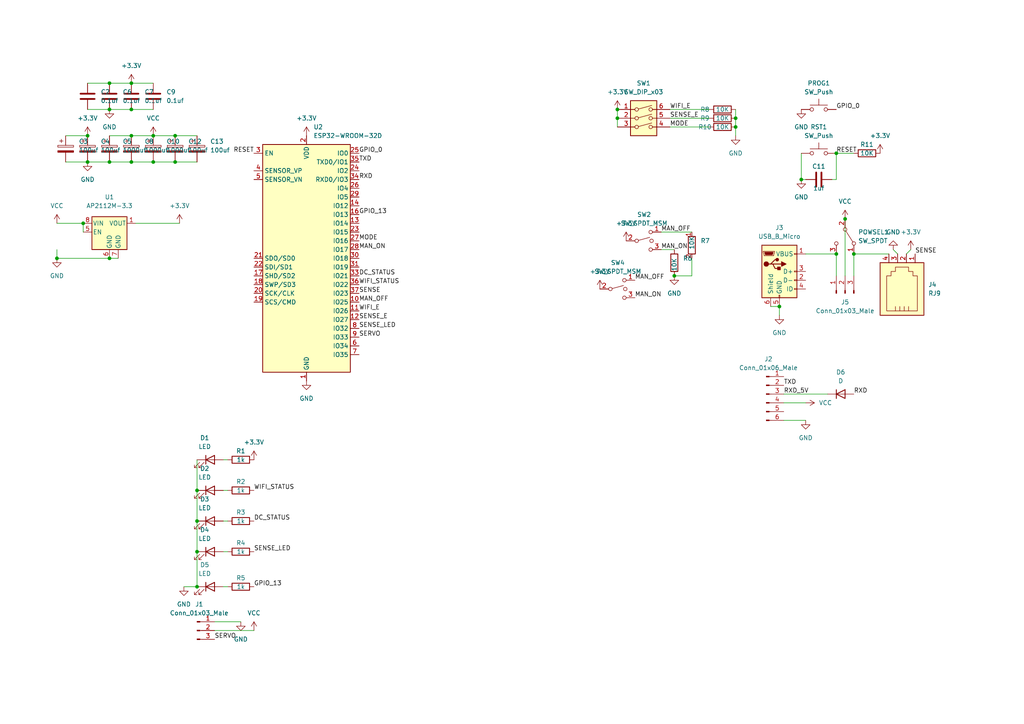
<source format=kicad_sch>
(kicad_sch (version 20211123) (generator eeschema)
  (paper "A4")
  (lib_symbols
    (symbol "Connector:Conn_01x03_Male" (pin_names (offset 1.016) hide)
      (property "Reference" "J" (at 0 5.08 0))
      (property "Value" "Conn_01x03_Male" (at 0 -5.08 0))
      (symbol "Conn_01x03_Male_1_1"
        (polyline (pts (xy 1.27 -2.54) (xy 0.8636 -2.54)) (stroke (width 0.1524)))
        (polyline (pts (xy 1.27 0) (xy 0.8636 0)) (stroke (width 0.1524)))
        (polyline (pts (xy 1.27 2.54) (xy 0.8636 2.54)) (stroke (width 0.1524)))
        (rectangle (start 0.8636 -2.413) (end 0 -2.667) (stroke (width 0.1524)) (fill (type outline)))
        (rectangle (start 0.8636 0.127) (end 0 -0.127) (stroke (width 0.1524)) (fill (type outline)))
        (rectangle (start 0.8636 2.667) (end 0 2.413) (stroke (width 0.1524)) (fill (type outline)))
        (pin passive line (at 5.08 2.54 180) (length 3.81) (name "Pin_1") (number "1"))
        (pin passive line (at 5.08 0 180) (length 3.81) (name "Pin_2") (number "2"))
        (pin passive line (at 5.08 -2.54 180) (length 3.81) (name "Pin_3") (number "3"))
      )
    )
    (symbol "Connector:Conn_01x06_Male" (pin_names (offset 1.016) hide)
      (property "Reference" "J" (at 0 7.62 0))
      (property "Value" "Conn_01x06_Male" (at 0 -10.16 0))
      (symbol "Conn_01x06_Male_1_1"
        (polyline (pts (xy 1.27 -7.62) (xy 0.8636 -7.62)) (stroke (width 0.1524)))
        (polyline (pts (xy 1.27 -5.08) (xy 0.8636 -5.08)) (stroke (width 0.1524)))
        (polyline (pts (xy 1.27 -2.54) (xy 0.8636 -2.54)) (stroke (width 0.1524)))
        (polyline (pts (xy 1.27 0) (xy 0.8636 0)) (stroke (width 0.1524)))
        (polyline (pts (xy 1.27 2.54) (xy 0.8636 2.54)) (stroke (width 0.1524)))
        (polyline (pts (xy 1.27 5.08) (xy 0.8636 5.08)) (stroke (width 0.1524)))
        (rectangle (start 0.8636 -7.493) (end 0 -7.747) (stroke (width 0.1524)) (fill (type outline)))
        (rectangle (start 0.8636 -4.953) (end 0 -5.207) (stroke (width 0.1524)) (fill (type outline)))
        (rectangle (start 0.8636 -2.413) (end 0 -2.667) (stroke (width 0.1524)) (fill (type outline)))
        (rectangle (start 0.8636 0.127) (end 0 -0.127) (stroke (width 0.1524)) (fill (type outline)))
        (rectangle (start 0.8636 2.667) (end 0 2.413) (stroke (width 0.1524)) (fill (type outline)))
        (rectangle (start 0.8636 5.207) (end 0 4.953) (stroke (width 0.1524)) (fill (type outline)))
        (pin passive line (at 5.08 5.08 180) (length 3.81) (name "Pin_1") (number "1"))
        (pin passive line (at 5.08 2.54 180) (length 3.81) (name "Pin_2") (number "2"))
        (pin passive line (at 5.08 0 180) (length 3.81) (name "Pin_3") (number "3"))
        (pin passive line (at 5.08 -2.54 180) (length 3.81) (name "Pin_4") (number "4"))
        (pin passive line (at 5.08 -5.08 180) (length 3.81) (name "Pin_5") (number "5"))
        (pin passive line (at 5.08 -7.62 180) (length 3.81) (name "Pin_6") (number "6"))
      )
    )
    (symbol "Connector:RJ9" (pin_names (offset 1.016))
      (property "Reference" "J" (at -5.08 8.89 0))
      (property "Value" "RJ9" (at 2.54 8.89 0))
      (symbol "RJ9_0_1"
        (polyline (pts (xy -6.35 -0.635) (xy -5.08 -0.635) (xy -5.08 -0.635)))
        (polyline (pts (xy -6.35 0.635) (xy -5.08 0.635) (xy -5.08 0.635)))
        (polyline (pts (xy -6.35 1.905) (xy -5.08 1.905) (xy -5.08 1.905)))
        (polyline (pts (xy -6.35 3.175) (xy -5.08 3.175) (xy -5.08 3.175)))
        (polyline (pts (xy -6.35 -3.175) (xy -6.35 5.715) (xy -1.27 5.715) (xy 3.81 5.715) (xy 3.81 4.445) (xy 5.08 4.445) (xy 5.08 3.175) (xy 6.35 3.175) (xy 6.35 -0.635) (xy 5.08 -0.635) (xy 5.08 -1.905) (xy 3.81 -1.905) (xy 3.81 -3.175) (xy -6.35 -3.175) (xy -6.35 -3.175)))
        (rectangle (start 7.62 7.62) (end -7.62 -5.08) (stroke (width 0.254)) (fill (type background)))
      )
      (symbol "RJ9_1_1"
        (pin passive line (at 10.16 -2.54 180) (length 2.54) (name "~") (number "1"))
        (pin passive line (at 10.16 0 180) (length 2.54) (name "~") (number "2"))
        (pin passive line (at 10.16 2.54 180) (length 2.54) (name "~") (number "3"))
        (pin passive line (at 10.16 5.08 180) (length 2.54) (name "~") (number "4"))
      )
    )
    (symbol "Connector:USB_B_Micro" (pin_names (offset 1.016))
      (property "Reference" "J" (at -5.08 11.43 0))
      (property "Value" "USB_B_Micro" (at -5.08 8.89 0))
      (symbol "USB_B_Micro_0_1"
        (rectangle (start -5.08 -7.62) (end 5.08 7.62) (stroke (width 0.254)) (fill (type background)))
        (circle (center -3.81 2.159) (radius 0.635) (stroke (width 0.254)) (fill (type outline)))
        (circle (center -0.635 3.429) (radius 0.381) (stroke (width 0.254)) (fill (type outline)))
        (rectangle (start -0.127 -7.62) (end 0.127 -6.858))
        (polyline (pts (xy -1.905 2.159) (xy 0.635 2.159)) (stroke (width 0.254)))
        (polyline (pts (xy -3.175 2.159) (xy -2.54 2.159) (xy -1.27 3.429) (xy -0.635 3.429)) (stroke (width 0.254)))
        (polyline (pts (xy -2.54 2.159) (xy -1.905 2.159) (xy -1.27 0.889) (xy 0 0.889)) (stroke (width 0.254)))
        (polyline (pts (xy 0.635 2.794) (xy 0.635 1.524) (xy 1.905 2.159) (xy 0.635 2.794)) (stroke (width 0.254)) (fill (type outline)))
        (polyline (pts (xy -4.318 5.588) (xy -1.778 5.588) (xy -2.032 4.826) (xy -4.064 4.826) (xy -4.318 5.588)) (fill (type outline)))
        (polyline (pts (xy -4.699 5.842) (xy -4.699 5.588) (xy -4.445 4.826) (xy -4.445 4.572) (xy -1.651 4.572) (xy -1.651 4.826) (xy -1.397 5.588) (xy -1.397 5.842) (xy -4.699 5.842)))
        (rectangle (start 0.254 1.27) (end -0.508 0.508) (stroke (width 0.254)) (fill (type outline)))
        (rectangle (start 5.08 -5.207) (end 4.318 -4.953))
        (rectangle (start 5.08 -2.667) (end 4.318 -2.413))
        (rectangle (start 5.08 -0.127) (end 4.318 0.127))
        (rectangle (start 5.08 4.953) (end 4.318 5.207))
      )
      (symbol "USB_B_Micro_1_1"
        (pin power_out line (at 7.62 5.08 180) (length 2.54) (name "VBUS") (number "1"))
        (pin bidirectional line (at 7.62 -2.54 180) (length 2.54) (name "D-") (number "2"))
        (pin bidirectional line (at 7.62 0 180) (length 2.54) (name "D+") (number "3"))
        (pin passive line (at 7.62 -5.08 180) (length 2.54) (name "ID") (number "4"))
        (pin power_out line (at 0 -10.16 90) (length 2.54) (name "GND") (number "5"))
        (pin passive line (at -2.54 -10.16 90) (length 2.54) (name "Shield") (number "6"))
      )
    )
    (symbol "Device:C" (pin_numbers hide) (pin_names (offset 0.254))
      (property "Reference" "C" (at 0.635 2.54 0))
      (property "Value" "C" (at 0.635 -2.54 0))
      (symbol "C_0_1"
        (polyline (pts (xy -2.032 -0.762) (xy 2.032 -0.762)) (stroke (width 0.508)))
        (polyline (pts (xy -2.032 0.762) (xy 2.032 0.762)) (stroke (width 0.508)))
      )
      (symbol "C_1_1"
        (pin passive line (at 0 3.81 270) (length 2.794) (name "~") (number "1"))
        (pin passive line (at 0 -3.81 90) (length 2.794) (name "~") (number "2"))
      )
    )
    (symbol "Device:C_Polarized" (pin_numbers hide) (pin_names (offset 0.254))
      (property "Reference" "C" (at 0.635 2.54 0))
      (property "Value" "C_Polarized" (at 0.635 -2.54 0))
      (symbol "C_Polarized_0_1"
        (rectangle (start -2.286 0.508) (end 2.286 1.016))
        (polyline (pts (xy -1.778 2.286) (xy -0.762 2.286)))
        (polyline (pts (xy -1.27 2.794) (xy -1.27 1.778)))
        (rectangle (start 2.286 -0.508) (end -2.286 -1.016) (fill (type outline)))
      )
      (symbol "C_Polarized_1_1"
        (pin passive line (at 0 3.81 270) (length 2.794) (name "~") (number "1"))
        (pin passive line (at 0 -3.81 90) (length 2.794) (name "~") (number "2"))
      )
    )
    (symbol "Device:D" (pin_numbers hide) (pin_names (offset 1.016) hide)
      (property "Reference" "D" (at 0 2.54 0))
      (property "Value" "D" (at 0 -2.54 0))
      (symbol "D_0_1"
        (polyline (pts (xy -1.27 1.27) (xy -1.27 -1.27)) (stroke (width 0.254)))
        (polyline (pts (xy 1.27 0) (xy -1.27 0)))
        (polyline (pts (xy 1.27 1.27) (xy 1.27 -1.27) (xy -1.27 0) (xy 1.27 1.27)) (stroke (width 0.254)))
      )
      (symbol "D_1_1"
        (pin passive line (at -3.81 0 0) (length 2.54) (name "K") (number "1"))
        (pin passive line (at 3.81 0 180) (length 2.54) (name "A") (number "2"))
      )
    )
    (symbol "Device:LED" (pin_numbers hide) (pin_names (offset 1.016) hide)
      (property "Reference" "D" (at 0 2.54 0))
      (property "Value" "LED" (at 0 -2.54 0))
      (symbol "LED_0_1"
        (polyline (pts (xy -1.27 -1.27) (xy -1.27 1.27)) (stroke (width 0.254)))
        (polyline (pts (xy -1.27 0) (xy 1.27 0)))
        (polyline (pts (xy 1.27 -1.27) (xy 1.27 1.27) (xy -1.27 0) (xy 1.27 -1.27)) (stroke (width 0.254)))
        (polyline (pts (xy -3.048 -0.762) (xy -4.572 -2.286) (xy -3.81 -2.286) (xy -4.572 -2.286) (xy -4.572 -1.524)))
        (polyline (pts (xy -1.778 -0.762) (xy -3.302 -2.286) (xy -2.54 -2.286) (xy -3.302 -2.286) (xy -3.302 -1.524)))
      )
      (symbol "LED_1_1"
        (pin passive line (at -3.81 0 0) (length 2.54) (name "K") (number "1"))
        (pin passive line (at 3.81 0 180) (length 2.54) (name "A") (number "2"))
      )
    )
    (symbol "Device:R" (pin_numbers hide) (pin_names (offset 0))
      (property "Reference" "R" (at 2.032 0 90))
      (property "Value" "R" (at 0 0 90))
      (symbol "R_0_1"
        (rectangle (start -1.016 -2.54) (end 1.016 2.54) (stroke (width 0.254)))
      )
      (symbol "R_1_1"
        (pin passive line (at 0 3.81 270) (length 1.27) (name "~") (number "1"))
        (pin passive line (at 0 -3.81 90) (length 1.27) (name "~") (number "2"))
      )
    )
    (symbol "RF_Module:ESP32-WROOM-32D"
      (property "Reference" "U" (at -12.7 34.29 0))
      (property "Value" "ESP32-WROOM-32D" (at 1.27 34.29 0))
      (symbol "ESP32-WROOM-32D_0_1"
        (rectangle (start -12.7 33.02) (end 12.7 -33.02) (stroke (width 0.254)) (fill (type background)))
      )
      (symbol "ESP32-WROOM-32D_1_1"
        (pin power_in line (at 0 -35.56 90) (length 2.54) (name "GND") (number "1"))
        (pin bidirectional line (at 15.24 -12.7 180) (length 2.54) (name "IO25") (number "10"))
        (pin bidirectional line (at 15.24 -15.24 180) (length 2.54) (name "IO26") (number "11"))
        (pin bidirectional line (at 15.24 -17.78 180) (length 2.54) (name "IO27") (number "12"))
        (pin bidirectional line (at 15.24 10.16 180) (length 2.54) (name "IO14") (number "13"))
        (pin bidirectional line (at 15.24 15.24 180) (length 2.54) (name "IO12") (number "14"))
        (pin passive line (at 0 -35.56 90) (length 2.54) hide (name "GND") (number "15"))
        (pin bidirectional line (at 15.24 12.7 180) (length 2.54) (name "IO13") (number "16"))
        (pin bidirectional line (at -15.24 -5.08 0) (length 2.54) (name "SHD/SD2") (number "17"))
        (pin bidirectional line (at -15.24 -7.62 0) (length 2.54) (name "SWP/SD3") (number "18"))
        (pin bidirectional line (at -15.24 -12.7 0) (length 2.54) (name "SCS/CMD") (number "19"))
        (pin power_in line (at 0 35.56 270) (length 2.54) (name "VDD") (number "2"))
        (pin bidirectional line (at -15.24 -10.16 0) (length 2.54) (name "SCK/CLK") (number "20"))
        (pin bidirectional line (at -15.24 0 0) (length 2.54) (name "SDO/SD0") (number "21"))
        (pin bidirectional line (at -15.24 -2.54 0) (length 2.54) (name "SDI/SD1") (number "22"))
        (pin bidirectional line (at 15.24 7.62 180) (length 2.54) (name "IO15") (number "23"))
        (pin bidirectional line (at 15.24 25.4 180) (length 2.54) (name "IO2") (number "24"))
        (pin bidirectional line (at 15.24 30.48 180) (length 2.54) (name "IO0") (number "25"))
        (pin bidirectional line (at 15.24 20.32 180) (length 2.54) (name "IO4") (number "26"))
        (pin bidirectional line (at 15.24 5.08 180) (length 2.54) (name "IO16") (number "27"))
        (pin bidirectional line (at 15.24 2.54 180) (length 2.54) (name "IO17") (number "28"))
        (pin bidirectional line (at 15.24 17.78 180) (length 2.54) (name "IO5") (number "29"))
        (pin input line (at -15.24 30.48 0) (length 2.54) (name "EN") (number "3"))
        (pin bidirectional line (at 15.24 0 180) (length 2.54) (name "IO18") (number "30"))
        (pin bidirectional line (at 15.24 -2.54 180) (length 2.54) (name "IO19") (number "31"))
        (pin no_connect line (at -12.7 -27.94 0) (length 2.54) hide (name "NC") (number "32"))
        (pin bidirectional line (at 15.24 -5.08 180) (length 2.54) (name "IO21") (number "33"))
        (pin bidirectional line (at 15.24 22.86 180) (length 2.54) (name "RXD0/IO3") (number "34"))
        (pin bidirectional line (at 15.24 27.94 180) (length 2.54) (name "TXD0/IO1") (number "35"))
        (pin bidirectional line (at 15.24 -7.62 180) (length 2.54) (name "IO22") (number "36"))
        (pin bidirectional line (at 15.24 -10.16 180) (length 2.54) (name "IO23") (number "37"))
        (pin passive line (at 0 -35.56 90) (length 2.54) hide (name "GND") (number "38"))
        (pin passive line (at 0 -35.56 90) (length 2.54) hide (name "GND") (number "39"))
        (pin input line (at -15.24 25.4 0) (length 2.54) (name "SENSOR_VP") (number "4"))
        (pin input line (at -15.24 22.86 0) (length 2.54) (name "SENSOR_VN") (number "5"))
        (pin input line (at 15.24 -25.4 180) (length 2.54) (name "IO34") (number "6"))
        (pin input line (at 15.24 -27.94 180) (length 2.54) (name "IO35") (number "7"))
        (pin bidirectional line (at 15.24 -20.32 180) (length 2.54) (name "IO32") (number "8"))
        (pin bidirectional line (at 15.24 -22.86 180) (length 2.54) (name "IO33") (number "9"))
      )
    )
    (symbol "R_1" (pin_names (offset 0))
      (property "Reference" "R" (at 2.032 0 90))
      (property "Value" "R_1" (at 0 0 90))
      (symbol "R_1_0_1"
        (rectangle (start -1.016 -2.54) (end 1.016 2.54) (stroke (width 0.254)))
      )
      (symbol "R_1_1_1"
        (pin passive line (at 0 3.81 270) (length 1.27) (name "~") (number "1"))
        (pin passive line (at 0 -3.81 90) (length 1.27) (name "~") (number "2"))
      )
    )
    (symbol "Regulator_Linear:AP2112K-3.3" (pin_names (offset 0.254))
      (property "Reference" "U?" (at 0 10.16 0))
      (property "Value" "AP2112M-3.3" (at 0 7.62 0))
      (symbol "AP2112K-3.3_0_1"
        (rectangle (start -5.08 4.445) (end 5.08 -5.08) (stroke (width 0.254)) (fill (type background)))
      )
      (symbol "AP2112K-3.3_1_1"
        (pin power_out line (at 7.62 2.54 180) (length 2.54) (name "VOUT") (number "1"))
        (pin no_connect line (at 5.08 0 180) (length 2.54) hide (name "NC") (number "4"))
        (pin input line (at -7.62 0 0) (length 2.54) (name "EN") (number "5"))
        (pin power_in line (at 0 -7.62 90) (length 2.54) (name "GND") (number "6"))
        (pin power_in line (at 2.54 -7.62 90) (length 2.54) (name "GND") (number "7"))
        (pin power_in line (at -7.62 2.54 0) (length 2.54) (name "VIN") (number "8"))
      )
    )
    (symbol "Switch:SW_DIP_x03" (pin_names (offset 0) hide)
      (property "Reference" "SW" (at 0 8.89 0))
      (property "Value" "SW_DIP_x03" (at 0 -3.81 0))
      (symbol "SW_DIP_x03_0_0"
        (circle (center -2.032 0) (radius 0.508))
        (circle (center -2.032 2.54) (radius 0.508))
        (circle (center -2.032 5.08) (radius 0.508))
        (polyline (pts (xy -1.524 0.127) (xy 2.3622 1.1684)))
        (polyline (pts (xy -1.524 2.667) (xy 2.3622 3.7084)))
        (polyline (pts (xy -1.524 5.207) (xy 2.3622 6.2484)))
        (circle (center 2.032 0) (radius 0.508))
        (circle (center 2.032 2.54) (radius 0.508))
        (circle (center 2.032 5.08) (radius 0.508))
      )
      (symbol "SW_DIP_x03_0_1"
        (rectangle (start -3.81 7.62) (end 3.81 -2.54) (stroke (width 0.254)) (fill (type background)))
      )
      (symbol "SW_DIP_x03_1_1"
        (pin passive line (at -7.62 5.08 0) (length 5.08) (name "~") (number "1"))
        (pin passive line (at -7.62 2.54 0) (length 5.08) (name "~") (number "2"))
        (pin passive line (at -7.62 0 0) (length 5.08) (name "~") (number "3"))
        (pin passive line (at 7.62 0 180) (length 5.08) (name "~") (number "4"))
        (pin passive line (at 7.62 2.54 180) (length 5.08) (name "~") (number "5"))
        (pin passive line (at 7.62 5.08 180) (length 5.08) (name "~") (number "6"))
      )
    )
    (symbol "Switch:SW_Push" (pin_numbers hide) (pin_names (offset 1.016) hide)
      (property "Reference" "SW" (at 1.27 2.54 0))
      (property "Value" "SW_Push" (at 0 -1.524 0))
      (symbol "SW_Push_0_1"
        (circle (center -2.032 0) (radius 0.508))
        (polyline (pts (xy 0 1.27) (xy 0 3.048)))
        (polyline (pts (xy 2.54 1.27) (xy -2.54 1.27)))
        (circle (center 2.032 0) (radius 0.508))
        (pin passive line (at -5.08 0 0) (length 2.54) (name "1") (number "1"))
        (pin passive line (at 5.08 0 180) (length 2.54) (name "2") (number "2"))
      )
    )
    (symbol "Switch:SW_SPDT" (pin_names (offset 0) hide)
      (property "Reference" "SW" (at 0 4.318 0))
      (property "Value" "SW_SPDT" (at 0 -5.08 0))
      (symbol "SW_SPDT_0_0"
        (circle (center -2.032 0) (radius 0.508))
        (circle (center 2.032 -2.54) (radius 0.508))
      )
      (symbol "SW_SPDT_0_1"
        (polyline (pts (xy -1.524 0.254) (xy 1.651 2.286)))
        (circle (center 2.032 2.54) (radius 0.508))
      )
      (symbol "SW_SPDT_1_1"
        (pin passive line (at 5.08 2.54 180) (length 2.54) (name "A") (number "1"))
        (pin passive line (at -5.08 0 0) (length 2.54) (name "B") (number "2"))
        (pin passive line (at 5.08 -2.54 180) (length 2.54) (name "C") (number "3"))
      )
    )
    (symbol "Switch:SW_SPDT_MSM" (pin_names (offset 0) hide)
      (property "Reference" "SW" (at 0 5.08 0))
      (property "Value" "SW_SPDT_MSM" (at 0 -5.08 0))
      (symbol "SW_SPDT_MSM_0_0"
        (circle (center -2.032 0) (radius 0.508))
        (polyline (pts (xy -1.524 0.127) (xy 1.778 1.016)))
        (circle (center 2.032 -2.54) (radius 0.508))
      )
      (symbol "SW_SPDT_MSM_0_1"
        (circle (center 2.032 2.54) (radius 0.508))
        (circle (center 2.286 0) (radius 0.508))
      )
      (symbol "SW_SPDT_MSM_1_1"
        (pin passive line (at 5.08 2.54 180) (length 2.54) (name "1") (number "1"))
        (pin passive line (at -5.08 0 0) (length 2.54) (name "2") (number "2"))
        (pin passive line (at 5.08 -2.54 180) (length 2.54) (name "3") (number "3"))
      )
    )
    (symbol "power:+3.3V" (power) (pin_names (offset 0))
      (property "Value" "+3.3V" (at 0 3.556 0))
      (symbol "+3.3V_0_1"
        (polyline (pts (xy -0.762 1.27) (xy 0 2.54)))
        (polyline (pts (xy 0 0) (xy 0 2.54)))
        (polyline (pts (xy 0 2.54) (xy 0.762 1.27)))
      )
      (symbol "+3.3V_1_1"
        (pin power_in line (at 0 0 90) (length 0) hide (name "+3.3V") (number "1"))
      )
    )
    (symbol "power:GND" (power) (pin_names (offset 0))
      (property "Value" "GND" (at 0 -3.81 0))
      (symbol "GND_0_1"
        (polyline (pts (xy 0 0) (xy 0 -1.27) (xy 1.27 -1.27) (xy 0 -2.54) (xy -1.27 -1.27) (xy 0 -1.27)))
      )
      (symbol "GND_1_1"
        (pin power_in line (at 0 0 270) (length 0) hide (name "GND") (number "1"))
      )
    )
    (symbol "power:VCC" (power) (pin_names (offset 0))
      (property "Value" "VCC" (at 0 3.81 0))
      (symbol "VCC_0_1"
        (polyline (pts (xy -0.762 1.27) (xy 0 2.54)))
        (polyline (pts (xy 0 0) (xy 0 2.54)))
        (polyline (pts (xy 0 2.54) (xy 0.762 1.27)))
      )
      (symbol "VCC_1_1"
        (pin power_in line (at 0 0 90) (length 0) hide (name "VCC") (number "1"))
      )
    )
  )
  (junction (at 31.75 31.75))
  (junction (at 57.15 142.24))
  (junction (at 50.8 39.37))
  (junction (at 57.15 151.13))
  (junction (at 31.75 24.13))
  (junction (at 245.11 63.5))
  (junction (at 195.58 80.01))
  (junction (at 24.13 64.77))
  (junction (at 57.15 170.18))
  (junction (at 25.4 39.37))
  (junction (at 38.1 31.75))
  (junction (at 44.45 46.99))
  (junction (at 247.65 73.66))
  (junction (at 31.75 46.99))
  (junction (at 232.41 52.07))
  (junction (at 38.1 46.99))
  (junction (at 31.75 74.93))
  (junction (at 242.57 73.66))
  (junction (at 179.07 34.29))
  (junction (at 213.36 36.83))
  (junction (at 38.1 39.37))
  (junction (at 213.36 34.29))
  (junction (at 44.45 39.37))
  (junction (at 50.8 46.99))
  (junction (at 38.1 24.13))
  (junction (at 226.06 88.9))
  (junction (at 242.57 44.45))
  (junction (at 57.15 160.02))
  (junction (at 25.4 46.99))
  (junction (at 179.07 31.75))
  (junction (at 16.51 74.93))
  (wire (pts (xy 38.1 39.37) (xy 44.45 39.37)))
  (wire (pts (xy 223.52 88.9) (xy 226.06 88.9)))
  (wire (pts (xy 25.4 46.99) (xy 31.75 46.99)))
  (wire (pts (xy 264.16 72.39) (xy 262.89 73.66)))
  (wire (pts (xy 247.65 73.66) (xy 257.81 73.66)))
  (wire (pts (xy 191.77 72.39) (xy 195.58 72.39)))
  (wire (pts (xy 19.05 46.99) (xy 25.4 46.99)))
  (wire (pts (xy 25.4 31.75) (xy 31.75 31.75)))
  (wire (pts (xy 64.77 170.18) (xy 66.04 170.18)))
  (wire (pts (xy 227.33 121.92) (xy 233.68 121.92)))
  (wire (pts (xy 44.45 39.37) (xy 50.8 39.37)))
  (wire (pts (xy 38.1 24.13) (xy 44.45 24.13)))
  (wire (pts (xy 64.77 133.35) (xy 66.04 133.35)))
  (wire (pts (xy 179.07 34.29) (xy 179.07 36.83)))
  (wire (pts (xy 25.4 24.13) (xy 31.75 24.13)))
  (wire (pts (xy 245.11 63.5) (xy 245.11 80.01)))
  (wire (pts (xy 16.51 64.77) (xy 24.13 64.77)))
  (wire (pts (xy 31.75 39.37) (xy 38.1 39.37)))
  (wire (pts (xy 24.13 64.77) (xy 24.13 67.31)))
  (wire (pts (xy 195.58 80.01) (xy 200.66 80.01)))
  (wire (pts (xy 31.75 46.99) (xy 38.1 46.99)))
  (wire (pts (xy 232.41 44.45) (xy 232.41 52.07)))
  (wire (pts (xy 64.77 160.02) (xy 66.04 160.02)))
  (wire (pts (xy 213.36 34.29) (xy 213.36 36.83)))
  (wire (pts (xy 194.31 31.75) (xy 205.74 31.75)))
  (wire (pts (xy 232.41 52.07) (xy 233.68 52.07)))
  (wire (pts (xy 227.33 116.84) (xy 233.68 116.84)))
  (wire (pts (xy 16.51 72.39) (xy 16.51 74.93)))
  (wire (pts (xy 62.23 180.34) (xy 69.85 180.34)))
  (wire (pts (xy 227.33 114.3) (xy 240.03 114.3)))
  (wire (pts (xy 213.36 36.83) (xy 213.36 39.37)))
  (wire (pts (xy 57.15 133.35) (xy 57.15 142.24)))
  (wire (pts (xy 62.23 182.88) (xy 73.66 182.88)))
  (wire (pts (xy 57.15 142.24) (xy 57.15 151.13)))
  (wire (pts (xy 57.15 151.13) (xy 57.15 160.02)))
  (wire (pts (xy 16.51 74.93) (xy 31.75 74.93)))
  (wire (pts (xy 39.37 64.77) (xy 52.07 64.77)))
  (wire (pts (xy 194.31 34.29) (xy 205.74 34.29)))
  (wire (pts (xy 53.34 170.18) (xy 57.15 170.18)))
  (wire (pts (xy 57.15 160.02) (xy 57.15 170.18)))
  (wire (pts (xy 242.57 44.45) (xy 247.65 44.45)))
  (wire (pts (xy 64.77 151.13) (xy 66.04 151.13)))
  (wire (pts (xy 44.45 46.99) (xy 50.8 46.99)))
  (wire (pts (xy 31.75 31.75) (xy 38.1 31.75)))
  (wire (pts (xy 64.77 142.24) (xy 66.04 142.24)))
  (wire (pts (xy 38.1 31.75) (xy 44.45 31.75)))
  (wire (pts (xy 50.8 46.99) (xy 57.15 46.99)))
  (wire (pts (xy 191.77 67.31) (xy 200.66 67.31)))
  (wire (pts (xy 200.66 80.01) (xy 200.66 74.93)))
  (wire (pts (xy 194.31 36.83) (xy 205.74 36.83)))
  (wire (pts (xy 233.68 73.66) (xy 242.57 73.66)))
  (wire (pts (xy 226.06 88.9) (xy 226.06 91.44)))
  (wire (pts (xy 213.36 31.75) (xy 213.36 34.29)))
  (wire (pts (xy 247.65 73.66) (xy 247.65 80.01)))
  (wire (pts (xy 50.8 39.37) (xy 57.15 39.37)))
  (wire (pts (xy 31.75 24.13) (xy 38.1 24.13)))
  (wire (pts (xy 259.08 72.39) (xy 260.35 73.66)))
  (wire (pts (xy 38.1 46.99) (xy 44.45 46.99)))
  (wire (pts (xy 242.57 73.66) (xy 242.57 80.01)))
  (wire (pts (xy 179.07 31.75) (xy 179.07 34.29)))
  (wire (pts (xy 242.57 52.07) (xy 242.57 44.45)))
  (wire (pts (xy 31.75 74.93) (xy 34.29 74.93)))
  (wire (pts (xy 19.05 39.37) (xy 25.4 39.37)))
  (wire (pts (xy 241.3 52.07) (xy 242.57 52.07)))
  (label "RESET" (at 242.57 44.45 0))
  (label "GPIO_13" (at 73.66 170.18 0))
  (label "SENSE_E" (at 104.14 92.71 0))
  (label "MODE" (at 194.31 36.83 0))
  (label "TXD" (at 104.14 46.99 0))
  (label "WIFI_E" (at 194.31 31.75 0))
  (label "WIFI_STATUS" (at 104.14 82.55 0))
  (label "GPIO_0" (at 242.57 31.75 0))
  (label "TXD" (at 227.33 111.76 0))
  (label "RXD" (at 247.65 114.3 0))
  (label "SENSE_E" (at 194.31 34.29 0))
  (label "SERVO" (at 104.14 97.79 0))
  (label "RESET" (at 73.66 44.45 180))
  (label "RXD_5V" (at 227.33 114.3 0))
  (label "SENSE" (at 104.14 85.09 0))
  (label "MAN_OFF" (at 191.77 67.31 0))
  (label "WIFI_STATUS" (at 73.66 142.24 0))
  (label "SENSE" (at 265.43 73.66 0))
  (label "MAN_ON" (at 184.15 86.36 0))
  (label "MODE" (at 104.14 69.85 0))
  (label "MAN_OFF" (at 184.15 81.28 0))
  (label "GPIO_0" (at 104.14 44.45 0))
  (label "DC_STATUS" (at 104.14 80.01 0))
  (label "GPIO_13" (at 104.14 62.23 0))
  (label "MAN_ON" (at 191.77 72.39 0))
  (label "MAN_ON" (at 104.14 72.39 0))
  (label "SENSE_LED" (at 73.66 160.02 0))
  (label "MAN_OFF" (at 104.14 87.63 0))
  (label "WIFI_E" (at 104.14 90.17 0))
  (label "SENSE_LED" (at 104.14 95.25 0))
  (label "RXD" (at 104.14 52.07 0))
  (label "DC_STATUS" (at 73.66 151.13 0))
  (label "SERVO" (at 62.23 185.42 0))
  (symbol (lib_id "power:GND") (at 31.75 31.75 0) (unit 1)
    (property "Reference" "#PWR0109" (effects hide))
    (property "Value" "GND" (at 31.75 36.83 0))
  )
  (symbol (lib_id "Device:C") (at 25.4 27.94 0) (unit 1)
    (property "Reference" "C2" (at 29.21 26.6699 0) (effects (justify left)))
    (property "Value" "0.1uf" (at 29.21 29.2099 0) (effects (justify left)))
    (property "Footprint" "Capacitor_SMD:C_1206_3216Metric_Pad1.33x1.80mm_HandSolder" (effects hide))
  )
  (symbol (lib_id "Device:R") (at 251.46 44.45 90) (unit 1)
    (property "Reference" "R11" (at 251.46 41.91 90))
    (property "Value" "10K" (at 251.46 44.45 90))
    (property "Footprint" "Resistor_SMD:R_1206_3216Metric_Pad1.30x1.75mm_HandSolder" (effects hide))
  )
  (symbol (lib_id "Device:LED") (at 60.96 170.18 0) (unit 1)
    (property "Reference" "D5" (at 59.3725 163.83 0))
    (property "Value" "LED" (at 59.3725 166.37 0))
    (property "Footprint" "LED_SMD:LED_1206_3216Metric_Pad1.42x1.75mm_HandSolder" (effects hide))
  )
  (symbol (lib_id "Switch:SW_Push") (at 237.49 31.75 0) (unit 1)
    (property "Reference" "PROG1" (at 237.49 24.13 0))
    (property "Value" "SW_Push" (at 237.49 26.67 0))
    (property "Footprint" "projectLib:pb CKN12301-ND" (effects hide))
    (property "PartNum" "CKN12301-ND" (effects hide))
  )
  (symbol (lib_id "power:GND") (at 213.36 39.37 0) (unit 1)
    (property "Reference" "#PWR0107" (effects hide))
    (property "Value" "GND" (at 213.36 44.45 0))
  )
  (symbol (lib_id "Device:C") (at 38.1 27.94 0) (unit 1)
    (property "Reference" "C7" (at 41.91 26.6699 0) (effects (justify left)))
    (property "Value" "0.1uf" (at 41.91 29.2099 0) (effects (justify left)))
    (property "Footprint" "Capacitor_SMD:C_1206_3216Metric_Pad1.33x1.80mm_HandSolder" (effects hide))
  )
  (symbol (lib_id "power:GND") (at 232.41 52.07 0) (unit 1)
    (property "Reference" "#PWR0117" (effects hide))
    (property "Value" "GND" (at 232.41 57.15 0))
  )
  (symbol (lib_id "Device:C_Polarized") (at 44.45 43.18 0) (unit 1)
    (property "Reference" "C10" (at 48.26 41.0209 0) (effects (justify left)))
    (property "Value" "1000uf" (at 48.26 43.5609 0) (effects (justify left)))
    (property "Footprint" "Capacitor_THT:CP_Radial_D12.5mm_P5.00mm" (effects hide))
  )
  (symbol (lib_id "power:GND") (at 53.34 170.18 0) (unit 1)
    (property "Reference" "#PWR0125" (effects hide))
    (property "Value" "GND" (at 53.34 175.26 0))
  )
  (symbol (lib_id "power:+3.3V") (at 255.27 44.45 0) (unit 1)
    (property "Reference" "#PWR0122" (effects hide))
    (property "Value" "+3.3V" (at 255.27 39.37 0))
  )
  (symbol (lib_id "power:GND") (at 195.58 80.01 0) (unit 1)
    (property "Reference" "#PWR0105" (effects hide))
    (property "Value" "GND" (at 195.58 85.09 0))
  )
  (symbol (lib_id "power:VCC") (at 73.66 182.88 0) (unit 1)
    (property "Reference" "#PWR0126" (effects hide))
    (property "Value" "VCC" (at 73.66 177.8 0))
  )
  (symbol (lib_id "power:+3.3V") (at 38.1 24.13 0) (unit 1)
    (property "Reference" "#PWR0115" (effects hide))
    (property "Value" "+3.3V" (at 38.1 19.05 0))
  )
  (symbol (lib_id "power:+3.3V") (at 88.9 39.37 0) (unit 1)
    (property "Reference" "#PWR0103" (effects hide))
    (property "Value" "+3.3V" (at 88.9 34.29 0))
  )
  (symbol (lib_id "Device:R") (at 69.85 170.18 90) (unit 1)
    (property "Reference" "R5" (at 69.85 167.64 90))
    (property "Value" "1k" (at 69.85 170.18 90))
    (property "Footprint" "Resistor_SMD:R_1206_3216Metric_Pad1.30x1.75mm_HandSolder" (effects hide))
  )
  (symbol (lib_id "power:VCC") (at 233.68 116.84 270) (unit 1)
    (property "Reference" "#PWR0124" (effects hide))
    (property "Value" "VCC" (at 237.49 116.8399 90) (effects (justify left)))
  )
  (symbol (lib_id "Device:R") (at 209.55 34.29 90) (unit 1)
    (property "Reference" "R9" (at 204.47 34.29 90))
    (property "Value" "10K" (at 209.55 34.29 90))
    (property "Footprint" "Resistor_SMD:R_1206_3216Metric_Pad1.30x1.75mm_HandSolder" (effects hide))
  )
  (symbol (lib_id "power:GND") (at 233.68 121.92 0) (unit 1)
    (property "Reference" "#PWR0123" (effects hide))
    (property "Value" "GND" (at 233.68 127 0))
  )
  (symbol (lib_id "Device:C_Polarized") (at 50.8 43.18 0) (unit 1)
    (property "Reference" "C12" (at 54.61 41.0209 0) (effects (justify left)))
    (property "Value" "100uf" (at 54.61 43.5609 0) (effects (justify left)))
    (property "Footprint" "Capacitor_THT:CP_Radial_D5.0mm_P2.50mm" (effects hide))
  )
  (symbol (lib_id "Connector:Conn_01x06_Male") (at 222.25 114.3 0) (unit 1)
    (property "Reference" "J2" (at 222.885 104.14 0))
    (property "Value" "Conn_01x06_Male" (at 222.885 106.68 0))
    (property "Footprint" "00_Adams_footprints:PinHeader_1x06, .1in Lock" (effects hide))
  )
  (symbol (lib_id "Device:R") (at 69.85 151.13 90) (unit 1)
    (property "Reference" "R3" (at 69.85 148.59 90))
    (property "Value" "1k" (at 69.85 151.13 90))
    (property "Footprint" "Resistor_SMD:R_1206_3216Metric_Pad1.30x1.75mm_HandSolder" (effects hide))
  )
  (symbol (lib_id "power:+3.3V") (at 264.16 72.39 0) (unit 1)
    (property "Reference" "#PWR0120" (effects hide))
    (property "Value" "+3.3V" (at 264.16 67.31 0))
  )
  (symbol (lib_id "Device:LED") (at 60.96 151.13 0) (unit 1)
    (property "Reference" "D3" (at 59.3725 144.78 0))
    (property "Value" "LED" (at 59.3725 147.32 0))
    (property "Footprint" "LED_SMD:LED_1206_3216Metric_Pad1.42x1.75mm_HandSolder" (effects hide))
  )
  (symbol (lib_id "Device:C_Polarized") (at 38.1 43.18 0) (unit 1)
    (property "Reference" "C8" (at 41.91 41.0209 0) (effects (justify left)))
    (property "Value" "1000uf" (at 41.91 43.5609 0) (effects (justify left)))
    (property "Footprint" "Capacitor_THT:CP_Radial_D12.5mm_P5.00mm" (effects hide))
  )
  (symbol (lib_id "power:GND") (at 259.08 72.39 180) (unit 1)
    (property "Reference" "#PWR0121" (effects hide))
    (property "Value" "GND" (at 259.08 67.31 0))
  )
  (symbol (lib_id "power:GND") (at 69.85 180.34 0) (unit 1)
    (property "Reference" "#PWR0127" (effects hide))
    (property "Value" "GND" (at 69.85 185.42 0))
  )
  (symbol (lib_id "Device:D") (at 243.84 114.3 0) (unit 1)
    (property "Reference" "D6" (at 243.84 107.95 0))
    (property "Value" "D" (at 243.84 110.49 0))
    (property "Footprint" "Diode_THT:D_DO-41_SOD81_P7.62mm_Horizontal" (effects hide))
  )
  (symbol (lib_id "Connector:Conn_01x03_Male") (at 245.11 85.09 90) (unit 1)
    (property "Reference" "J5" (at 245.11 87.63 90))
    (property "Value" "Conn_01x03_Male" (at 245.11 90.17 90))
    (property "Footprint" "00_Adams_footprints:PinHeader_1x03_0.1in lock" (effects hide))
  )
  (symbol (lib_id "power:VCC") (at 245.11 63.5 0) (unit 1)
    (property "Reference" "#PWR0116" (effects hide))
    (property "Value" "VCC" (at 245.11 58.42 0))
  )
  (symbol (lib_id "Device:C_Polarized") (at 25.4 43.18 0) (unit 1)
    (property "Reference" "C4" (at 29.21 41.0209 0) (effects (justify left)))
    (property "Value" "100uf" (at 29.21 43.5609 0) (effects (justify left)))
    (property "Footprint" "Capacitor_THT:CP_Radial_D5.0mm_P2.50mm" (effects hide))
  )
  (symbol (lib_id "Device:R") (at 209.55 36.83 90) (unit 1)
    (property "Reference" "R10" (at 204.47 36.83 90))
    (property "Value" "10K" (at 209.55 36.83 90))
    (property "Footprint" "Resistor_SMD:R_1206_3216Metric_Pad1.30x1.75mm_HandSolder" (effects hide))
  )
  (symbol (lib_name "R_1") (lib_id "Device:R") (at 200.66 71.12 0) (unit 1)
    (property "Reference" "R7" (at 203.2 69.8499 0) (effects (justify left)))
    (property "Value" "10K" (at 200.66 72.39 90) (effects (justify left)))
    (property "Footprint" "Resistor_SMD:R_1206_3216Metric_Pad1.30x1.75mm_HandSolder" (effects hide))
  )
  (symbol (lib_id "RF_Module:ESP32-WROOM-32D") (at 88.9 74.93 0) (unit 1)
    (property "Reference" "U2" (at 90.9194 36.83 0) (effects (justify left)))
    (property "Value" "ESP32-WROOM-32D" (at 90.9194 39.37 0) (effects (justify left)))
    (property "Footprint" "00_Adams_footprints:ESP32-WROOM-32" (effects hide))
    (property "Datasheet" "https://www.espressif.com/sites/default/files/documentation/esp32-wroom-32d_esp32-wroom-32u_datasheet_en.pdf" (effects hide))
    (property "PartNum" "1965-ESP32-WROOM-32E-H4CT-ND" (effects hide))
  )
  (symbol (lib_id "Device:R") (at 69.85 133.35 90) (unit 1)
    (property "Reference" "R1" (at 69.85 130.81 90))
    (property "Value" "1k" (at 69.85 133.35 90))
    (property "Footprint" "Resistor_SMD:R_1206_3216Metric_Pad1.30x1.75mm_HandSolder" (effects hide))
  )
  (symbol (lib_id "Switch:SW_Push") (at 237.49 44.45 0) (unit 1)
    (property "Reference" "RST1" (at 237.49 36.83 0))
    (property "Value" "SW_Push" (at 237.49 39.37 0))
    (property "Footprint" "projectLib:pb CKN12301-ND" (effects hide))
    (property "PartNum" "CKN12301-ND" (effects hide))
  )
  (symbol (lib_id "Device:C_Polarized") (at 31.75 43.18 0) (unit 1)
    (property "Reference" "C5" (at 35.56 41.0209 0) (effects (justify left)))
    (property "Value" "1000uf" (at 35.56 43.5609 0) (effects (justify left)))
    (property "Footprint" "Capacitor_THT:CP_Radial_D12.5mm_P5.00mm" (effects hide))
  )
  (symbol (lib_id "Device:C") (at 44.45 27.94 0) (unit 1)
    (property "Reference" "C9" (at 48.26 26.6699 0) (effects (justify left)))
    (property "Value" "0.1uf" (at 48.26 29.2099 0) (effects (justify left)))
    (property "Footprint" "Capacitor_SMD:C_1206_3216Metric_Pad1.33x1.80mm_HandSolder" (effects hide))
  )
  (symbol (lib_id "Switch:SW_SPDT_MSM") (at 179.07 83.82 0) (unit 1)
    (property "Reference" "SW4" (at 179.197 76.2 0))
    (property "Value" "SW_SPDT_MSM" (at 179.197 78.74 0))
    (property "Footprint" "00_Adams_footprints:400AWMSP3R1BLKM6QE rocker" (effects hide))
    (property "PartNum" "400AWMSP3R1BLKM6QE-ND" (effects hide))
  )
  (symbol (lib_id "Connector:USB_B_Micro") (at 226.06 78.74 0) (unit 1)
    (property "Reference" "J3" (at 226.06 66.04 0))
    (property "Value" "USB_B_Micro" (at 226.06 68.58 0))
    (property "Footprint" "projectLib:usb" (effects hide))
    (property "PartNum" "54-00019T-ND" (effects hide))
  )
  (symbol (lib_id "power:GND") (at 88.9 110.49 0) (unit 1)
    (property "Reference" "#PWR0102" (effects hide))
    (property "Value" "GND" (at 88.9 115.57 0))
  )
  (symbol (lib_id "power:VCC") (at 16.51 64.77 0) (unit 1)
    (property "Reference" "#PWR0112" (effects hide))
    (property "Value" "VCC" (at 16.51 59.69 0))
  )
  (symbol (lib_id "power:GND") (at 25.4 46.99 0) (unit 1)
    (property "Reference" "#PWR0114" (effects hide))
    (property "Value" "GND" (at 25.4 52.07 0))
  )
  (symbol (lib_id "Device:R") (at 195.58 76.2 0) (unit 1)
    (property "Reference" "R6" (at 198.12 74.9299 0) (effects (justify left)))
    (property "Value" "10K" (at 195.58 78.74 90) (effects (justify left)))
    (property "Footprint" "Resistor_SMD:R_1206_3216Metric_Pad1.30x1.75mm_HandSolder" (effects hide))
  )
  (symbol (lib_id "Device:C") (at 237.49 52.07 90) (unit 1)
    (property "Reference" "C11" (at 237.49 48.26 90))
    (property "Value" "1uf" (at 237.49 54.61 90))
    (property "Footprint" "Capacitor_SMD:C_1206_3216Metric_Pad1.33x1.80mm_HandSolder" (effects hide))
  )
  (symbol (lib_id "power:+3.3V") (at 73.66 133.35 0) (unit 1)
    (property "Reference" "#PWR0101" (effects hide))
    (property "Value" "+3.3V" (at 73.66 128.27 0))
  )
  (symbol (lib_id "power:VCC") (at 44.45 39.37 0) (unit 1)
    (property "Reference" "#PWR0111" (effects hide))
    (property "Value" "VCC" (at 44.45 34.29 0))
  )
  (symbol (lib_id "power:+3.3V") (at 181.61 69.85 0) (unit 1)
    (property "Reference" "#PWR0108" (effects hide))
    (property "Value" "+3.3V" (at 181.61 64.77 0))
  )
  (symbol (lib_id "Device:R") (at 69.85 160.02 90) (unit 1)
    (property "Reference" "R4" (at 69.85 157.48 90))
    (property "Value" "1k" (at 69.85 160.02 90))
    (property "Footprint" "Resistor_SMD:R_1206_3216Metric_Pad1.30x1.75mm_HandSolder" (effects hide))
  )
  (symbol (lib_id "Device:LED") (at 60.96 142.24 0) (unit 1)
    (property "Reference" "D2" (at 59.3725 135.89 0))
    (property "Value" "LED" (at 59.3725 138.43 0))
    (property "Footprint" "LED_SMD:LED_1206_3216Metric_Pad1.42x1.75mm_HandSolder" (effects hide))
  )
  (symbol (lib_id "Connector:Conn_01x03_Male") (at 57.15 182.88 0) (unit 1)
    (property "Reference" "J1" (at 57.785 175.26 0))
    (property "Value" "Conn_01x03_Male" (at 57.785 177.8 0))
    (property "Footprint" "00_Adams_footprints:PinHeader_1x03_0.1in lock" (effects hide))
  )
  (symbol (lib_id "Switch:SW_SPDT_MSM") (at 186.69 69.85 0) (unit 1)
    (property "Reference" "SW2" (at 186.817 62.23 0))
    (property "Value" "SW_SPDT_MSM" (at 186.817 64.77 0))
    (property "Footprint" "00_Adams_footprints:BST13T1AVR" (effects hide))
    (property "PartNum" "2449-BST13T1AVR-ND" (effects hide))
  )
  (symbol (lib_id "power:+3.3V") (at 179.07 31.75 0) (unit 1)
    (property "Reference" "#PWR0106" (effects hide))
    (property "Value" "+3.3V" (at 179.07 26.67 0))
  )
  (symbol (lib_id "power:+3.3V") (at 173.99 83.82 0) (unit 1)
    (property "Reference" "#PWR0128" (effects hide))
    (property "Value" "+3.3V" (at 173.99 78.74 0))
  )
  (symbol (lib_id "Device:C") (at 31.75 27.94 0) (unit 1)
    (property "Reference" "C6" (at 35.56 26.6699 0) (effects (justify left)))
    (property "Value" "0.1uf" (at 35.56 29.2099 0) (effects (justify left)))
    (property "Footprint" "Capacitor_SMD:C_1206_3216Metric_Pad1.33x1.80mm_HandSolder" (effects hide))
  )
  (symbol (lib_id "Connector:RJ9") (at 262.89 83.82 90) (unit 1)
    (property "Reference" "J4" (at 269.24 82.5499 90) (effects (justify right)))
    (property "Value" "RJ9" (at 269.24 85.0899 90) (effects (justify right)))
    (property "Footprint" "projectLib:modjack" (effects hide))
    (property "PartNum" "AE10381-ND" (effects hide))
  )
  (symbol (lib_id "power:GND") (at 232.41 31.75 0) (unit 1)
    (property "Reference" "#PWR0119" (effects hide))
    (property "Value" "GND" (at 232.41 36.83 0))
  )
  (symbol (lib_id "Device:LED") (at 60.96 160.02 0) (unit 1)
    (property "Reference" "D4" (at 59.3725 153.67 0))
    (property "Value" "LED" (at 59.3725 156.21 0))
    (property "Footprint" "LED_SMD:LED_1206_3216Metric_Pad1.42x1.75mm_HandSolder" (effects hide))
  )
  (symbol (lib_id "Device:C_Polarized") (at 19.05 43.18 0) (unit 1)
    (property "Reference" "C3" (at 22.86 41.0209 0) (effects (justify left)))
    (property "Value" "100uf" (at 22.86 43.5609 0) (effects (justify left)))
    (property "Footprint" "Capacitor_THT:CP_Radial_D5.0mm_P2.50mm" (effects hide))
  )
  (symbol (lib_id "Device:LED") (at 60.96 133.35 0) (unit 1)
    (property "Reference" "D1" (at 59.3725 127 0))
    (property "Value" "LED" (at 59.3725 129.54 0))
    (property "Footprint" "LED_SMD:LED_1206_3216Metric_Pad1.42x1.75mm_HandSolder" (effects hide))
  )
  (symbol (lib_id "power:+3.3V") (at 25.4 39.37 0) (unit 1)
    (property "Reference" "#PWR0110" (effects hide))
    (property "Value" "+3.3V" (at 25.4 34.29 0))
  )
  (symbol (lib_id "power:GND") (at 226.06 91.44 0) (unit 1)
    (property "Reference" "#PWR0118" (effects hide))
    (property "Value" "GND" (at 226.06 96.52 0))
  )
  (symbol (lib_id "Switch:SW_DIP_x03") (at 186.69 36.83 0) (unit 1)
    (property "Reference" "SW1" (at 186.69 24.13 0))
    (property "Value" "SW_DIP_x03" (at 186.69 26.67 0))
    (property "Footprint" "Button_Switch_THT:SW_DIP_SPSTx03_Slide_6.7x9.18mm_W7.62mm_P2.54mm_LowProfile" (effects hide))
    (property "PartNum" "CT2103MS-ND" (effects hide))
  )
  (symbol (lib_id "Regulator_Linear:AP2112K-3.3") (at 31.75 67.31 0) (unit 1)
    (property "Reference" "U1" (at 31.75 57.15 0))
    (property "Value" "AP2112M-3.3" (at 31.75 59.69 0))
    (property "Footprint" "Package_SO:Diodes_SO-8EP" (effects hide))
    (property "Datasheet" "https://www.diodes.com/assets/Datasheets/AP2112.pdf" (effects hide))
    (property "PartNum" "AP2112M-3.3TRG1DICT-ND" (effects hide))
  )
  (symbol (lib_id "power:GND") (at 16.51 74.93 0) (unit 1)
    (property "Reference" "#PWR0113" (effects hide))
    (property "Value" "GND" (at 16.51 80.01 0))
  )
  (symbol (lib_id "Device:C_Polarized") (at 57.15 43.18 0) (unit 1)
    (property "Reference" "C13" (at 60.96 41.0209 0) (effects (justify left)))
    (property "Value" "100uf" (at 60.96 43.5609 0) (effects (justify left)))
    (property "Footprint" "Capacitor_THT:CP_Radial_D5.0mm_P2.50mm" (effects hide))
  )
  (symbol (lib_id "power:+3.3V") (at 52.07 64.77 0) (unit 1)
    (property "Reference" "#PWR0104" (effects hide))
    (property "Value" "+3.3V" (at 52.07 59.69 0))
  )
  (symbol (lib_id "Device:R") (at 209.55 31.75 90) (unit 1)
    (property "Reference" "R8" (at 204.47 31.75 90))
    (property "Value" "10K" (at 209.55 31.75 90))
    (property "Footprint" "Resistor_SMD:R_1206_3216Metric_Pad1.30x1.75mm_HandSolder" (effects hide))
  )
  (symbol (lib_id "Device:R") (at 69.85 142.24 90) (unit 1)
    (property "Reference" "R2" (at 69.85 139.7 90))
    (property "Value" "1k" (at 69.85 142.24 90))
    (property "Footprint" "Resistor_SMD:R_1206_3216Metric_Pad1.30x1.75mm_HandSolder" (effects hide))
  )
  (symbol (lib_id "Switch:SW_SPDT") (at 245.11 68.58 270) (unit 1) (in_bom no) (on_board no)
    (property "Reference" "POWSEL1" (at 248.92 67.3099 90) (effects (justify left)))
    (property "Value" "SW_SPDT" (at 248.92 69.8499 90) (effects (justify left)))
    (property "Footprint" "projectLib:EG1224" (effects hide))
  )
)
</source>
